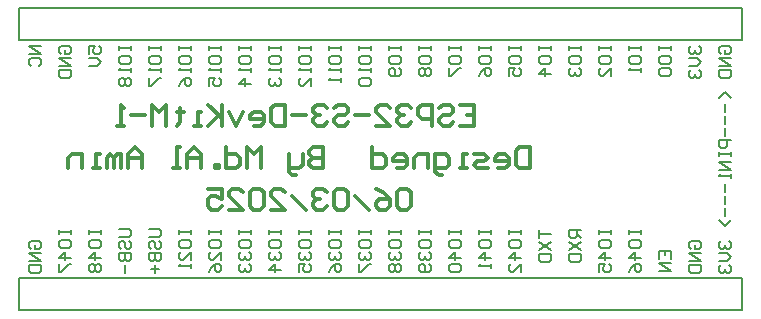
<source format=gbo>
G04*
G04 #@! TF.GenerationSoftware,Altium Limited,Altium Designer,24.5.2 (23)*
G04*
G04 Layer_Color=32896*
%FSLAX25Y25*%
%MOIN*%
G70*
G04*
G04 #@! TF.SameCoordinates,691D43E0-75DC-4999-8F72-E41A8CCF96D7*
G04*
G04*
G04 #@! TF.FilePolarity,Positive*
G04*
G01*
G75*
%ADD11C,0.00600*%
%ADD61C,0.01200*%
D11*
X29500Y-400D02*
Y10400D01*
Y-400D02*
X270500D01*
Y10400D01*
X29500D02*
X270500D01*
X29500Y89600D02*
Y100400D01*
Y89600D02*
X270500D01*
Y100400D01*
X29500D02*
X270500D01*
X266900Y70401D02*
X264901Y72400D01*
X262901Y70401D01*
X264901Y68401D02*
Y65736D01*
Y64403D02*
Y61737D01*
Y60404D02*
Y57738D01*
X266900Y56405D02*
X262901D01*
Y54406D01*
X263568Y53739D01*
X264901D01*
X265567Y54406D01*
Y56405D01*
X262901Y52406D02*
Y51074D01*
Y51740D01*
X266900D01*
Y52406D01*
Y51074D01*
Y49074D02*
X262901D01*
X266900Y46408D01*
X262901D01*
X266900Y45076D02*
Y43743D01*
Y44409D01*
X262901D01*
X263568Y45076D01*
X264901Y41743D02*
Y39077D01*
Y37745D02*
Y35079D01*
Y33746D02*
Y31080D01*
X266900Y29747D02*
X264901Y27748D01*
X262901Y29747D01*
X263568Y22900D02*
X262901Y22233D01*
Y20901D01*
X263568Y20234D01*
X264234D01*
X264901Y20901D01*
Y21567D01*
Y20901D01*
X265567Y20234D01*
X266234D01*
X266900Y20901D01*
Y22233D01*
X266234Y22900D01*
X262901Y18901D02*
X265567D01*
X266900Y17568D01*
X265567Y16236D01*
X262901D01*
X263568Y14903D02*
X262901Y14236D01*
Y12903D01*
X263568Y12237D01*
X264234D01*
X264901Y12903D01*
Y13570D01*
Y12903D01*
X265567Y12237D01*
X266234D01*
X266900Y12903D01*
Y14236D01*
X266234Y14903D01*
X33568Y20234D02*
X32901Y20901D01*
Y22233D01*
X33568Y22900D01*
X36234D01*
X36900Y22233D01*
Y20901D01*
X36234Y20234D01*
X34901D01*
Y21567D01*
X36900Y18901D02*
X32901D01*
X36900Y16236D01*
X32901D01*
Y14903D02*
X36900D01*
Y12903D01*
X36234Y12237D01*
X33568D01*
X32901Y12903D01*
Y14903D01*
X42901Y26400D02*
Y25067D01*
Y25734D01*
X46900D01*
Y26400D01*
Y25067D01*
X42901Y21068D02*
Y22401D01*
X43568Y23068D01*
X46234D01*
X46900Y22401D01*
Y21068D01*
X46234Y20402D01*
X43568D01*
X42901Y21068D01*
X46900Y17070D02*
X42901D01*
X44901Y19069D01*
Y16403D01*
X42901Y15070D02*
Y12404D01*
X43568D01*
X46234Y15070D01*
X46900D01*
X52901Y26400D02*
Y25067D01*
Y25734D01*
X56900D01*
Y26400D01*
Y25067D01*
X52901Y21068D02*
Y22401D01*
X53568Y23068D01*
X56234D01*
X56900Y22401D01*
Y21068D01*
X56234Y20402D01*
X53568D01*
X52901Y21068D01*
X56900Y17070D02*
X52901D01*
X54901Y19069D01*
Y16403D01*
X53568Y15070D02*
X52901Y14404D01*
Y13071D01*
X53568Y12404D01*
X54234D01*
X54901Y13071D01*
X55567Y12404D01*
X56234D01*
X56900Y13071D01*
Y14404D01*
X56234Y15070D01*
X55567D01*
X54901Y14404D01*
X54234Y15070D01*
X53568D01*
X54901Y14404D02*
Y13071D01*
X62901Y26900D02*
X66234D01*
X66900Y26234D01*
Y24901D01*
X66234Y24234D01*
X62901D01*
X63568Y20235D02*
X62901Y20902D01*
Y22235D01*
X63568Y22901D01*
X64234D01*
X64901Y22235D01*
Y20902D01*
X65567Y20235D01*
X66234D01*
X66900Y20902D01*
Y22235D01*
X66234Y22901D01*
X62901Y18903D02*
X66900D01*
Y16903D01*
X66234Y16237D01*
X65567D01*
X64901Y16903D01*
Y18903D01*
Y16903D01*
X64234Y16237D01*
X63568D01*
X62901Y16903D01*
Y18903D01*
X64901Y14904D02*
Y12238D01*
X72901Y26900D02*
X76234D01*
X76900Y26234D01*
Y24901D01*
X76234Y24234D01*
X72901D01*
X73568Y20235D02*
X72901Y20902D01*
Y22235D01*
X73568Y22901D01*
X74234D01*
X74901Y22235D01*
Y20902D01*
X75567Y20235D01*
X76234D01*
X76900Y20902D01*
Y22235D01*
X76234Y22901D01*
X72901Y18903D02*
X76900D01*
Y16903D01*
X76234Y16237D01*
X75567D01*
X74901Y16903D01*
Y18903D01*
Y16903D01*
X74234Y16237D01*
X73568D01*
X72901Y16903D01*
Y18903D01*
X74901Y14904D02*
Y12238D01*
X73568Y13571D02*
X76234D01*
X82901Y26400D02*
Y25067D01*
Y25734D01*
X86900D01*
Y26400D01*
Y25067D01*
X82901Y21068D02*
Y22401D01*
X83568Y23068D01*
X86234D01*
X86900Y22401D01*
Y21068D01*
X86234Y20402D01*
X83568D01*
X82901Y21068D01*
X86900Y16403D02*
Y19069D01*
X84234Y16403D01*
X83568D01*
X82901Y17070D01*
Y18403D01*
X83568Y19069D01*
X86900Y15070D02*
Y13737D01*
Y14404D01*
X82901D01*
X83568Y15070D01*
X92901Y26400D02*
Y25067D01*
Y25734D01*
X96900D01*
Y26400D01*
Y25067D01*
X92901Y21068D02*
Y22401D01*
X93568Y23068D01*
X96234D01*
X96900Y22401D01*
Y21068D01*
X96234Y20402D01*
X93568D01*
X92901Y21068D01*
X96900Y16403D02*
Y19069D01*
X94234Y16403D01*
X93568D01*
X92901Y17070D01*
Y18403D01*
X93568Y19069D01*
X92901Y12404D02*
X93568Y13737D01*
X94901Y15070D01*
X96234D01*
X96900Y14404D01*
Y13071D01*
X96234Y12404D01*
X95567D01*
X94901Y13071D01*
Y15070D01*
X102901Y26400D02*
Y25067D01*
Y25734D01*
X106900D01*
Y26400D01*
Y25067D01*
X102901Y21068D02*
Y22401D01*
X103568Y23068D01*
X106234D01*
X106900Y22401D01*
Y21068D01*
X106234Y20402D01*
X103568D01*
X102901Y21068D01*
X103568Y19069D02*
X102901Y18403D01*
Y17070D01*
X103568Y16403D01*
X104234D01*
X104901Y17070D01*
Y17736D01*
Y17070D01*
X105567Y16403D01*
X106234D01*
X106900Y17070D01*
Y18403D01*
X106234Y19069D01*
X103568Y15070D02*
X102901Y14404D01*
Y13071D01*
X103568Y12404D01*
X104234D01*
X104901Y13071D01*
Y13737D01*
Y13071D01*
X105567Y12404D01*
X106234D01*
X106900Y13071D01*
Y14404D01*
X106234Y15070D01*
X112901Y26400D02*
Y25067D01*
Y25734D01*
X116900D01*
Y26400D01*
Y25067D01*
X112901Y21068D02*
Y22401D01*
X113568Y23068D01*
X116234D01*
X116900Y22401D01*
Y21068D01*
X116234Y20402D01*
X113568D01*
X112901Y21068D01*
X113568Y19069D02*
X112901Y18403D01*
Y17070D01*
X113568Y16403D01*
X114234D01*
X114901Y17070D01*
Y17736D01*
Y17070D01*
X115567Y16403D01*
X116234D01*
X116900Y17070D01*
Y18403D01*
X116234Y19069D01*
X116900Y13071D02*
X112901D01*
X114901Y15070D01*
Y12404D01*
X122901Y26400D02*
Y25067D01*
Y25734D01*
X126900D01*
Y26400D01*
Y25067D01*
X122901Y21068D02*
Y22401D01*
X123568Y23068D01*
X126233D01*
X126900Y22401D01*
Y21068D01*
X126233Y20402D01*
X123568D01*
X122901Y21068D01*
X123568Y19069D02*
X122901Y18403D01*
Y17070D01*
X123568Y16403D01*
X124234D01*
X124901Y17070D01*
Y17736D01*
Y17070D01*
X125567Y16403D01*
X126233D01*
X126900Y17070D01*
Y18403D01*
X126233Y19069D01*
X122901Y12404D02*
Y15070D01*
X124901D01*
X124234Y13737D01*
Y13071D01*
X124901Y12404D01*
X126233D01*
X126900Y13071D01*
Y14404D01*
X126233Y15070D01*
X132901Y26400D02*
Y25067D01*
Y25734D01*
X136900D01*
Y26400D01*
Y25067D01*
X132901Y21068D02*
Y22401D01*
X133568Y23068D01*
X136233D01*
X136900Y22401D01*
Y21068D01*
X136233Y20402D01*
X133568D01*
X132901Y21068D01*
X133568Y19069D02*
X132901Y18403D01*
Y17070D01*
X133568Y16403D01*
X134234D01*
X134901Y17070D01*
Y17736D01*
Y17070D01*
X135567Y16403D01*
X136233D01*
X136900Y17070D01*
Y18403D01*
X136233Y19069D01*
X132901Y12404D02*
X133568Y13737D01*
X134901Y15070D01*
X136233D01*
X136900Y14404D01*
Y13071D01*
X136233Y12404D01*
X135567D01*
X134901Y13071D01*
Y15070D01*
X142901Y26400D02*
Y25067D01*
Y25734D01*
X146900D01*
Y26400D01*
Y25067D01*
X142901Y21068D02*
Y22401D01*
X143568Y23068D01*
X146233D01*
X146900Y22401D01*
Y21068D01*
X146233Y20402D01*
X143568D01*
X142901Y21068D01*
X143568Y19069D02*
X142901Y18403D01*
Y17070D01*
X143568Y16403D01*
X144234D01*
X144901Y17070D01*
Y17736D01*
Y17070D01*
X145567Y16403D01*
X146233D01*
X146900Y17070D01*
Y18403D01*
X146233Y19069D01*
X142901Y15070D02*
Y12404D01*
X143568D01*
X146233Y15070D01*
X146900D01*
X152901Y26400D02*
Y25067D01*
Y25734D01*
X156900D01*
Y26400D01*
Y25067D01*
X152901Y21068D02*
Y22401D01*
X153568Y23068D01*
X156234D01*
X156900Y22401D01*
Y21068D01*
X156234Y20402D01*
X153568D01*
X152901Y21068D01*
X153568Y19069D02*
X152901Y18403D01*
Y17070D01*
X153568Y16403D01*
X154234D01*
X154901Y17070D01*
Y17736D01*
Y17070D01*
X155567Y16403D01*
X156234D01*
X156900Y17070D01*
Y18403D01*
X156234Y19069D01*
X153568Y15070D02*
X152901Y14404D01*
Y13071D01*
X153568Y12404D01*
X154234D01*
X154901Y13071D01*
X155567Y12404D01*
X156234D01*
X156900Y13071D01*
Y14404D01*
X156234Y15070D01*
X155567D01*
X154901Y14404D01*
X154234Y15070D01*
X153568D01*
X154901Y14404D02*
Y13071D01*
X162901Y26400D02*
Y25067D01*
Y25734D01*
X166900D01*
Y26400D01*
Y25067D01*
X162901Y21068D02*
Y22401D01*
X163568Y23068D01*
X166234D01*
X166900Y22401D01*
Y21068D01*
X166234Y20402D01*
X163568D01*
X162901Y21068D01*
X163568Y19069D02*
X162901Y18403D01*
Y17070D01*
X163568Y16403D01*
X164234D01*
X164901Y17070D01*
Y17736D01*
Y17070D01*
X165567Y16403D01*
X166234D01*
X166900Y17070D01*
Y18403D01*
X166234Y19069D01*
Y15070D02*
X166900Y14404D01*
Y13071D01*
X166234Y12404D01*
X163568D01*
X162901Y13071D01*
Y14404D01*
X163568Y15070D01*
X164234D01*
X164901Y14404D01*
Y12404D01*
X172901Y26400D02*
Y25067D01*
Y25734D01*
X176900D01*
Y26400D01*
Y25067D01*
X172901Y21068D02*
Y22401D01*
X173568Y23068D01*
X176233D01*
X176900Y22401D01*
Y21068D01*
X176233Y20402D01*
X173568D01*
X172901Y21068D01*
X176900Y17070D02*
X172901D01*
X174901Y19069D01*
Y16403D01*
X173568Y15070D02*
X172901Y14404D01*
Y13071D01*
X173568Y12404D01*
X176233D01*
X176900Y13071D01*
Y14404D01*
X176233Y15070D01*
X173568D01*
X182901Y26400D02*
Y25067D01*
Y25734D01*
X186900D01*
Y26400D01*
Y25067D01*
X182901Y21068D02*
Y22401D01*
X183568Y23068D01*
X186233D01*
X186900Y22401D01*
Y21068D01*
X186233Y20402D01*
X183568D01*
X182901Y21068D01*
X186900Y17070D02*
X182901D01*
X184901Y19069D01*
Y16403D01*
X186900Y15070D02*
Y13737D01*
Y14404D01*
X182901D01*
X183568Y15070D01*
X192901Y26400D02*
Y25067D01*
Y25734D01*
X196900D01*
Y26400D01*
Y25067D01*
X192901Y21068D02*
Y22401D01*
X193568Y23068D01*
X196233D01*
X196900Y22401D01*
Y21068D01*
X196233Y20402D01*
X193568D01*
X192901Y21068D01*
X196900Y17070D02*
X192901D01*
X194901Y19069D01*
Y16403D01*
X196900Y12404D02*
Y15070D01*
X194234Y12404D01*
X193568D01*
X192901Y13071D01*
Y14404D01*
X193568Y15070D01*
X202901Y26400D02*
Y23734D01*
Y25067D01*
X206900D01*
X202901Y22401D02*
X206900Y19736D01*
X202901D02*
X206900Y22401D01*
X202901Y18403D02*
X206900D01*
Y16403D01*
X206234Y15737D01*
X203568D01*
X202901Y16403D01*
Y18403D01*
X216900Y26400D02*
X212901D01*
Y24401D01*
X213568Y23734D01*
X214901D01*
X215567Y24401D01*
Y26400D01*
Y25067D02*
X216900Y23734D01*
X212901Y22401D02*
X216900Y19736D01*
X212901D02*
X216900Y22401D01*
X212901Y18403D02*
X216900D01*
Y16403D01*
X216234Y15737D01*
X213568D01*
X212901Y16403D01*
Y18403D01*
X222901Y26400D02*
Y25067D01*
Y25734D01*
X226900D01*
Y26400D01*
Y25067D01*
X222901Y21068D02*
Y22401D01*
X223568Y23068D01*
X226234D01*
X226900Y22401D01*
Y21068D01*
X226234Y20402D01*
X223568D01*
X222901Y21068D01*
X226900Y17070D02*
X222901D01*
X224901Y19069D01*
Y16403D01*
X222901Y12404D02*
Y15070D01*
X224901D01*
X224234Y13737D01*
Y13071D01*
X224901Y12404D01*
X226234D01*
X226900Y13071D01*
Y14404D01*
X226234Y15070D01*
X232901Y26400D02*
Y25067D01*
Y25734D01*
X236900D01*
Y26400D01*
Y25067D01*
X232901Y21068D02*
Y22401D01*
X233568Y23068D01*
X236234D01*
X236900Y22401D01*
Y21068D01*
X236234Y20402D01*
X233568D01*
X232901Y21068D01*
X236900Y17070D02*
X232901D01*
X234901Y19069D01*
Y16403D01*
X232901Y12404D02*
X233568Y13737D01*
X234901Y15070D01*
X236234D01*
X236900Y14404D01*
Y13071D01*
X236234Y12404D01*
X235567D01*
X234901Y13071D01*
Y15070D01*
X242901Y16734D02*
Y19400D01*
X246900D01*
Y16734D01*
X244901Y19400D02*
Y18067D01*
X246900Y15401D02*
X242901D01*
X246900Y12735D01*
X242901D01*
X253568Y20234D02*
X252901Y20901D01*
Y22233D01*
X253568Y22900D01*
X256234D01*
X256900Y22233D01*
Y20901D01*
X256234Y20234D01*
X254901D01*
Y21567D01*
X256900Y18901D02*
X252901D01*
X256900Y16236D01*
X252901D01*
Y14903D02*
X256900D01*
Y12903D01*
X256234Y12237D01*
X253568D01*
X252901Y12903D01*
Y14903D01*
X62901Y87900D02*
Y86567D01*
Y87234D01*
X66900D01*
Y87900D01*
Y86567D01*
X62901Y82568D02*
Y83901D01*
X63568Y84568D01*
X66234D01*
X66900Y83901D01*
Y82568D01*
X66234Y81902D01*
X63568D01*
X62901Y82568D01*
X66900Y80569D02*
Y79236D01*
Y79903D01*
X62901D01*
X63568Y80569D01*
Y77237D02*
X62901Y76570D01*
Y75237D01*
X63568Y74571D01*
X64234D01*
X64901Y75237D01*
X65567Y74571D01*
X66234D01*
X66900Y75237D01*
Y76570D01*
X66234Y77237D01*
X65567D01*
X64901Y76570D01*
X64234Y77237D01*
X63568D01*
X64901Y76570D02*
Y75237D01*
X52901Y85234D02*
Y87900D01*
X54901D01*
X54234Y86567D01*
Y85901D01*
X54901Y85234D01*
X56234D01*
X56900Y85901D01*
Y87234D01*
X56234Y87900D01*
X52901Y83901D02*
X55567D01*
X56900Y82568D01*
X55567Y81235D01*
X52901D01*
X43568Y85234D02*
X42901Y85901D01*
Y87234D01*
X43568Y87900D01*
X46234D01*
X46900Y87234D01*
Y85901D01*
X46234Y85234D01*
X44901D01*
Y86567D01*
X46900Y83901D02*
X42901D01*
X46900Y81235D01*
X42901D01*
Y79903D02*
X46900D01*
Y77903D01*
X46234Y77237D01*
X43568D01*
X42901Y77903D01*
Y79903D01*
X36900Y87900D02*
X32901D01*
X36900Y85234D01*
X32901D01*
X33568Y81235D02*
X32901Y81902D01*
Y83235D01*
X33568Y83901D01*
X36234D01*
X36900Y83235D01*
Y81902D01*
X36234Y81235D01*
X102901Y87900D02*
Y86567D01*
Y87234D01*
X106900D01*
Y87900D01*
Y86567D01*
X102901Y82568D02*
Y83901D01*
X103568Y84568D01*
X106234D01*
X106900Y83901D01*
Y82568D01*
X106234Y81902D01*
X103568D01*
X102901Y82568D01*
X106900Y80569D02*
Y79236D01*
Y79903D01*
X102901D01*
X103568Y80569D01*
X106900Y75237D02*
X102901D01*
X104901Y77237D01*
Y74571D01*
X92901Y87900D02*
Y86567D01*
Y87234D01*
X96900D01*
Y87900D01*
Y86567D01*
X92901Y82568D02*
Y83901D01*
X93568Y84568D01*
X96234D01*
X96900Y83901D01*
Y82568D01*
X96234Y81902D01*
X93568D01*
X92901Y82568D01*
X96900Y80569D02*
Y79236D01*
Y79903D01*
X92901D01*
X93568Y80569D01*
X92901Y74571D02*
Y77237D01*
X94901D01*
X94234Y75904D01*
Y75237D01*
X94901Y74571D01*
X96234D01*
X96900Y75237D01*
Y76570D01*
X96234Y77237D01*
X82901Y87900D02*
Y86567D01*
Y87234D01*
X86900D01*
Y87900D01*
Y86567D01*
X82901Y82568D02*
Y83901D01*
X83568Y84568D01*
X86234D01*
X86900Y83901D01*
Y82568D01*
X86234Y81902D01*
X83568D01*
X82901Y82568D01*
X86900Y80569D02*
Y79236D01*
Y79903D01*
X82901D01*
X83568Y80569D01*
X82901Y74571D02*
X83568Y75904D01*
X84901Y77237D01*
X86234D01*
X86900Y76570D01*
Y75237D01*
X86234Y74571D01*
X85567D01*
X84901Y75237D01*
Y77237D01*
X72901Y87900D02*
Y86567D01*
Y87234D01*
X76900D01*
Y87900D01*
Y86567D01*
X72901Y82568D02*
Y83901D01*
X73568Y84568D01*
X76234D01*
X76900Y83901D01*
Y82568D01*
X76234Y81902D01*
X73568D01*
X72901Y82568D01*
X76900Y80569D02*
Y79236D01*
Y79903D01*
X72901D01*
X73568Y80569D01*
X72901Y77237D02*
Y74571D01*
X73568D01*
X76234Y77237D01*
X76900D01*
X142901Y87900D02*
Y86567D01*
Y87234D01*
X146900D01*
Y87900D01*
Y86567D01*
X142901Y82568D02*
Y83901D01*
X143568Y84568D01*
X146233D01*
X146900Y83901D01*
Y82568D01*
X146233Y81902D01*
X143568D01*
X142901Y82568D01*
X146900Y80569D02*
Y79236D01*
Y79903D01*
X142901D01*
X143568Y80569D01*
Y77237D02*
X142901Y76570D01*
Y75237D01*
X143568Y74571D01*
X146233D01*
X146900Y75237D01*
Y76570D01*
X146233Y77237D01*
X143568D01*
X132901Y87900D02*
Y86567D01*
Y87234D01*
X136900D01*
Y87900D01*
Y86567D01*
X132901Y82568D02*
Y83901D01*
X133568Y84568D01*
X136233D01*
X136900Y83901D01*
Y82568D01*
X136233Y81902D01*
X133568D01*
X132901Y82568D01*
X136900Y80569D02*
Y79236D01*
Y79903D01*
X132901D01*
X133568Y80569D01*
X136900Y77237D02*
Y75904D01*
Y76570D01*
X132901D01*
X133568Y77237D01*
X122901Y87900D02*
Y86567D01*
Y87234D01*
X126900D01*
Y87900D01*
Y86567D01*
X122901Y82568D02*
Y83901D01*
X123568Y84568D01*
X126233D01*
X126900Y83901D01*
Y82568D01*
X126233Y81902D01*
X123568D01*
X122901Y82568D01*
X126900Y80569D02*
Y79236D01*
Y79903D01*
X122901D01*
X123568Y80569D01*
X126900Y74571D02*
Y77237D01*
X124234Y74571D01*
X123568D01*
X122901Y75237D01*
Y76570D01*
X123568Y77237D01*
X112901Y87900D02*
Y86567D01*
Y87234D01*
X116900D01*
Y87900D01*
Y86567D01*
X112901Y82568D02*
Y83901D01*
X113568Y84568D01*
X116234D01*
X116900Y83901D01*
Y82568D01*
X116234Y81902D01*
X113568D01*
X112901Y82568D01*
X116900Y80569D02*
Y79236D01*
Y79903D01*
X112901D01*
X113568Y80569D01*
Y77237D02*
X112901Y76570D01*
Y75237D01*
X113568Y74571D01*
X114234D01*
X114901Y75237D01*
Y75904D01*
Y75237D01*
X115567Y74571D01*
X116234D01*
X116900Y75237D01*
Y76570D01*
X116234Y77237D01*
X182901Y87900D02*
Y86567D01*
Y87234D01*
X186900D01*
Y87900D01*
Y86567D01*
X182901Y82568D02*
Y83901D01*
X183568Y84568D01*
X186233D01*
X186900Y83901D01*
Y82568D01*
X186233Y81902D01*
X183568D01*
X182901Y82568D01*
Y77903D02*
X183568Y79236D01*
X184901Y80569D01*
X186233D01*
X186900Y79903D01*
Y78570D01*
X186233Y77903D01*
X185567D01*
X184901Y78570D01*
Y80569D01*
X172901Y87900D02*
Y86567D01*
Y87234D01*
X176900D01*
Y87900D01*
Y86567D01*
X172901Y82568D02*
Y83901D01*
X173568Y84568D01*
X176233D01*
X176900Y83901D01*
Y82568D01*
X176233Y81902D01*
X173568D01*
X172901Y82568D01*
Y80569D02*
Y77903D01*
X173568D01*
X176233Y80569D01*
X176900D01*
X162901Y87900D02*
Y86567D01*
Y87234D01*
X166900D01*
Y87900D01*
Y86567D01*
X162901Y82568D02*
Y83901D01*
X163568Y84568D01*
X166234D01*
X166900Y83901D01*
Y82568D01*
X166234Y81902D01*
X163568D01*
X162901Y82568D01*
X163568Y80569D02*
X162901Y79903D01*
Y78570D01*
X163568Y77903D01*
X164234D01*
X164901Y78570D01*
X165567Y77903D01*
X166234D01*
X166900Y78570D01*
Y79903D01*
X166234Y80569D01*
X165567D01*
X164901Y79903D01*
X164234Y80569D01*
X163568D01*
X164901Y79903D02*
Y78570D01*
X152901Y87900D02*
Y86567D01*
Y87234D01*
X156900D01*
Y87900D01*
Y86567D01*
X152901Y82568D02*
Y83901D01*
X153568Y84568D01*
X156234D01*
X156900Y83901D01*
Y82568D01*
X156234Y81902D01*
X153568D01*
X152901Y82568D01*
X156234Y80569D02*
X156900Y79903D01*
Y78570D01*
X156234Y77903D01*
X153568D01*
X152901Y78570D01*
Y79903D01*
X153568Y80569D01*
X154234D01*
X154901Y79903D01*
Y77903D01*
X222901Y87900D02*
Y86567D01*
Y87234D01*
X226900D01*
Y87900D01*
Y86567D01*
X222901Y82568D02*
Y83901D01*
X223568Y84568D01*
X226234D01*
X226900Y83901D01*
Y82568D01*
X226234Y81902D01*
X223568D01*
X222901Y82568D01*
X226900Y77903D02*
Y80569D01*
X224234Y77903D01*
X223568D01*
X222901Y78570D01*
Y79903D01*
X223568Y80569D01*
X212901Y87900D02*
Y86567D01*
Y87234D01*
X216900D01*
Y87900D01*
Y86567D01*
X212901Y82568D02*
Y83901D01*
X213568Y84568D01*
X216234D01*
X216900Y83901D01*
Y82568D01*
X216234Y81902D01*
X213568D01*
X212901Y82568D01*
X213568Y80569D02*
X212901Y79903D01*
Y78570D01*
X213568Y77903D01*
X214234D01*
X214901Y78570D01*
Y79236D01*
Y78570D01*
X215567Y77903D01*
X216234D01*
X216900Y78570D01*
Y79903D01*
X216234Y80569D01*
X202901Y87900D02*
Y86567D01*
Y87234D01*
X206900D01*
Y87900D01*
Y86567D01*
X202901Y82568D02*
Y83901D01*
X203568Y84568D01*
X206234D01*
X206900Y83901D01*
Y82568D01*
X206234Y81902D01*
X203568D01*
X202901Y82568D01*
X206900Y78570D02*
X202901D01*
X204901Y80569D01*
Y77903D01*
X192901Y87900D02*
Y86567D01*
Y87234D01*
X196900D01*
Y87900D01*
Y86567D01*
X192901Y82568D02*
Y83901D01*
X193568Y84568D01*
X196233D01*
X196900Y83901D01*
Y82568D01*
X196233Y81902D01*
X193568D01*
X192901Y82568D01*
Y77903D02*
Y80569D01*
X194901D01*
X194234Y79236D01*
Y78570D01*
X194901Y77903D01*
X196233D01*
X196900Y78570D01*
Y79903D01*
X196233Y80569D01*
X232901Y87900D02*
Y86567D01*
Y87234D01*
X236900D01*
Y87900D01*
Y86567D01*
X232901Y82568D02*
Y83901D01*
X233568Y84568D01*
X236234D01*
X236900Y83901D01*
Y82568D01*
X236234Y81902D01*
X233568D01*
X232901Y82568D01*
X236900Y80569D02*
Y79236D01*
Y79903D01*
X232901D01*
X233568Y80569D01*
X242901Y87900D02*
Y86567D01*
Y87234D01*
X246900D01*
Y87900D01*
Y86567D01*
X242901Y82568D02*
Y83901D01*
X243568Y84568D01*
X246234D01*
X246900Y83901D01*
Y82568D01*
X246234Y81902D01*
X243568D01*
X242901Y82568D01*
X243568Y80569D02*
X242901Y79903D01*
Y78570D01*
X243568Y77903D01*
X246234D01*
X246900Y78570D01*
Y79903D01*
X246234Y80569D01*
X243568D01*
X253568Y87900D02*
X252901Y87234D01*
Y85901D01*
X253568Y85234D01*
X254234D01*
X254901Y85901D01*
Y86567D01*
Y85901D01*
X255567Y85234D01*
X256234D01*
X256900Y85901D01*
Y87234D01*
X256234Y87900D01*
X252901Y83901D02*
X255567D01*
X256900Y82568D01*
X255567Y81235D01*
X252901D01*
X253568Y79903D02*
X252901Y79236D01*
Y77903D01*
X253568Y77237D01*
X254234D01*
X254901Y77903D01*
Y78570D01*
Y77903D01*
X255567Y77237D01*
X256234D01*
X256900Y77903D01*
Y79236D01*
X256234Y79903D01*
X263568Y85234D02*
X262901Y85901D01*
Y87234D01*
X263568Y87900D01*
X266234D01*
X266900Y87234D01*
Y85901D01*
X266234Y85234D01*
X264901D01*
Y86567D01*
X266900Y83901D02*
X262901D01*
X266900Y81235D01*
X262901D01*
Y79903D02*
X266900D01*
Y77903D01*
X266234Y77237D01*
X263568D01*
X262901Y77903D01*
Y79903D01*
D61*
X176535Y68098D02*
X181200D01*
Y61100D01*
X176535D01*
X181200Y64599D02*
X178867D01*
X169537Y66931D02*
X170703Y68098D01*
X173036D01*
X174202Y66931D01*
Y65765D01*
X173036Y64599D01*
X170703D01*
X169537Y63433D01*
Y62266D01*
X170703Y61100D01*
X173036D01*
X174202Y62266D01*
X167204Y61100D02*
Y68098D01*
X163706D01*
X162539Y66931D01*
Y64599D01*
X163706Y63433D01*
X167204D01*
X160207Y66931D02*
X159040Y68098D01*
X156708D01*
X155542Y66931D01*
Y65765D01*
X156708Y64599D01*
X157874D01*
X156708D01*
X155542Y63433D01*
Y62266D01*
X156708Y61100D01*
X159040D01*
X160207Y62266D01*
X148544Y61100D02*
X153209D01*
X148544Y65765D01*
Y66931D01*
X149710Y68098D01*
X152043D01*
X153209Y66931D01*
X146211Y64599D02*
X141546D01*
X134548Y66931D02*
X135715Y68098D01*
X138047D01*
X139214Y66931D01*
Y65765D01*
X138047Y64599D01*
X135715D01*
X134548Y63433D01*
Y62266D01*
X135715Y61100D01*
X138047D01*
X139214Y62266D01*
X132216Y66931D02*
X131050Y68098D01*
X128717D01*
X127551Y66931D01*
Y65765D01*
X128717Y64599D01*
X129883D01*
X128717D01*
X127551Y63433D01*
Y62266D01*
X128717Y61100D01*
X131050D01*
X132216Y62266D01*
X125218Y64599D02*
X120553D01*
X118220Y68098D02*
Y61100D01*
X114722D01*
X113555Y62266D01*
Y66931D01*
X114722Y68098D01*
X118220D01*
X107724Y61100D02*
X110056D01*
X111223Y62266D01*
Y64599D01*
X110056Y65765D01*
X107724D01*
X106557Y64599D01*
Y63433D01*
X111223D01*
X104225Y65765D02*
X101892Y61100D01*
X99560Y65765D01*
X97227Y68098D02*
Y61100D01*
Y63433D01*
X92562Y68098D01*
X96061Y64599D01*
X92562Y61100D01*
X90229D02*
X87897D01*
X89063D01*
Y65765D01*
X90229D01*
X83232Y66931D02*
Y65765D01*
X84398D01*
X82065D01*
X83232D01*
Y62266D01*
X82065Y61100D01*
X78566D02*
Y68098D01*
X76234Y65765D01*
X73901Y68098D01*
Y61100D01*
X71569Y64599D02*
X66904D01*
X64571Y61100D02*
X62238D01*
X63405D01*
Y68098D01*
X64571Y66931D01*
X160100Y39031D02*
X158934Y40198D01*
X156601D01*
X155435Y39031D01*
Y34366D01*
X156601Y33200D01*
X158934D01*
X160100Y34366D01*
Y39031D01*
X148437Y40198D02*
X150770Y39031D01*
X153102Y36699D01*
Y34366D01*
X151936Y33200D01*
X149603D01*
X148437Y34366D01*
Y35533D01*
X149603Y36699D01*
X153102D01*
X146105Y33200D02*
X141439Y37865D01*
X139107Y39031D02*
X137941Y40198D01*
X135608D01*
X134442Y39031D01*
Y34366D01*
X135608Y33200D01*
X137941D01*
X139107Y34366D01*
Y39031D01*
X132109D02*
X130943Y40198D01*
X128610D01*
X127444Y39031D01*
Y37865D01*
X128610Y36699D01*
X129777D01*
X128610D01*
X127444Y35533D01*
Y34366D01*
X128610Y33200D01*
X130943D01*
X132109Y34366D01*
X125111Y33200D02*
X120446Y37865D01*
X113448Y33200D02*
X118114D01*
X113448Y37865D01*
Y39031D01*
X114615Y40198D01*
X116947D01*
X118114Y39031D01*
X111116D02*
X109950Y40198D01*
X107617D01*
X106451Y39031D01*
Y34366D01*
X107617Y33200D01*
X109950D01*
X111116Y34366D01*
Y39031D01*
X99453Y33200D02*
X104118D01*
X99453Y37865D01*
Y39031D01*
X100619Y40198D01*
X102952D01*
X104118Y39031D01*
X92455Y40198D02*
X97120D01*
Y36699D01*
X94788Y37865D01*
X93621D01*
X92455Y36699D01*
Y34366D01*
X93621Y33200D01*
X95954D01*
X97120Y34366D01*
X199800Y54030D02*
Y47033D01*
X196301D01*
X195135Y48199D01*
Y52864D01*
X196301Y54030D01*
X199800D01*
X189303Y47033D02*
X191636D01*
X192802Y48199D01*
Y50532D01*
X191636Y51698D01*
X189303D01*
X188137Y50532D01*
Y49365D01*
X192802D01*
X185804Y47033D02*
X182306D01*
X181139Y48199D01*
X182306Y49365D01*
X184638D01*
X185804Y50532D01*
X184638Y51698D01*
X181139D01*
X178807Y47033D02*
X176474D01*
X177640D01*
Y51698D01*
X178807D01*
X170643Y44700D02*
X169476D01*
X168310Y45866D01*
Y51698D01*
X171809D01*
X172975Y50532D01*
Y48199D01*
X171809Y47033D01*
X168310D01*
X165978D02*
Y51698D01*
X162479D01*
X161312Y50532D01*
Y47033D01*
X155481D02*
X157814D01*
X158980Y48199D01*
Y50532D01*
X157814Y51698D01*
X155481D01*
X154315Y50532D01*
Y49365D01*
X158980D01*
X147317Y54030D02*
Y47033D01*
X150816D01*
X151982Y48199D01*
Y50532D01*
X150816Y51698D01*
X147317D01*
X130989Y54030D02*
Y47033D01*
X127490D01*
X126324Y48199D01*
Y49365D01*
X127490Y50532D01*
X130989D01*
X127490D01*
X126324Y51698D01*
Y52864D01*
X127490Y54030D01*
X130989D01*
X123991Y51698D02*
Y48199D01*
X122825Y47033D01*
X119326D01*
Y45866D01*
X120492Y44700D01*
X121659D01*
X119326Y47033D02*
Y51698D01*
X109996Y47033D02*
Y54030D01*
X107663Y51698D01*
X105331Y54030D01*
Y47033D01*
X98333Y54030D02*
Y47033D01*
X101832D01*
X102998Y48199D01*
Y50532D01*
X101832Y51698D01*
X98333D01*
X96000Y47033D02*
Y48199D01*
X94834D01*
Y47033D01*
X96000D01*
X90169D02*
Y51698D01*
X87836Y54030D01*
X85504Y51698D01*
Y47033D01*
Y50532D01*
X90169D01*
X83171Y47033D02*
X80838D01*
X82005D01*
Y54030D01*
X83171D01*
X70342Y47033D02*
Y51698D01*
X68009Y54030D01*
X65677Y51698D01*
Y47033D01*
Y50532D01*
X70342D01*
X63344Y47033D02*
Y51698D01*
X62178D01*
X61011Y50532D01*
Y47033D01*
Y50532D01*
X59845Y51698D01*
X58679Y50532D01*
Y47033D01*
X56346D02*
X54014D01*
X55180D01*
Y51698D01*
X56346D01*
X50515Y47033D02*
Y51698D01*
X47016D01*
X45850Y50532D01*
Y47033D01*
M02*

</source>
